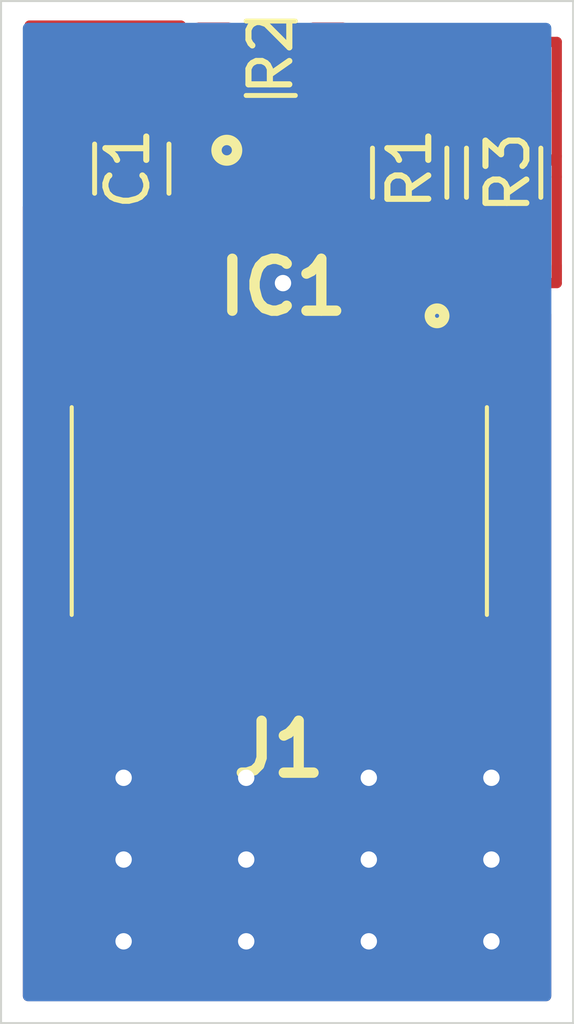
<source format=kicad_pcb>
(kicad_pcb (version 20171130) (host pcbnew "(5.1.9)-1")

  (general
    (thickness 1.6)
    (drawings 9)
    (tracks 87)
    (zones 0)
    (modules 6)
    (nets 6)
  )

  (page A4)
  (layers
    (0 F.Cu signal)
    (31 B.Cu signal)
    (32 B.Adhes user)
    (33 F.Adhes user)
    (34 B.Paste user)
    (35 F.Paste user)
    (36 B.SilkS user)
    (37 F.SilkS user)
    (38 B.Mask user)
    (39 F.Mask user)
    (40 Dwgs.User user)
    (41 Cmts.User user hide)
    (42 Eco1.User user hide)
    (43 Eco2.User user hide)
    (44 Edge.Cuts user)
    (45 Margin user hide)
    (46 B.CrtYd user hide)
    (47 F.CrtYd user hide)
    (48 B.Fab user hide)
    (49 F.Fab user hide)
  )

  (setup
    (last_trace_width 0.25)
    (user_trace_width 0.6)
    (user_trace_width 1)
    (trace_clearance 0.2)
    (zone_clearance 0.508)
    (zone_45_only no)
    (trace_min 0.2)
    (via_size 0.8)
    (via_drill 0.4)
    (via_min_size 0.4)
    (via_min_drill 0.3)
    (uvia_size 0.3)
    (uvia_drill 0.1)
    (uvias_allowed no)
    (uvia_min_size 0.2)
    (uvia_min_drill 0.1)
    (edge_width 0.05)
    (segment_width 0.2)
    (pcb_text_width 0.3)
    (pcb_text_size 1.5 1.5)
    (mod_edge_width 0.12)
    (mod_text_size 1 1)
    (mod_text_width 0.15)
    (pad_size 1.524 1.524)
    (pad_drill 0.762)
    (pad_to_mask_clearance 0.05)
    (aux_axis_origin 0 0)
    (visible_elements 7FFFFFFF)
    (pcbplotparams
      (layerselection 0x3ffff_ffffffff)
      (usegerberextensions false)
      (usegerberattributes true)
      (usegerberadvancedattributes true)
      (creategerberjobfile true)
      (excludeedgelayer false)
      (linewidth 0.100000)
      (plotframeref false)
      (viasonmask false)
      (mode 1)
      (useauxorigin false)
      (hpglpennumber 1)
      (hpglpenspeed 20)
      (hpglpendiameter 15.000000)
      (psnegative false)
      (psa4output false)
      (plotreference true)
      (plotvalue false)
      (plotinvisibletext false)
      (padsonsilk false)
      (subtractmaskfromsilk false)
      (outputformat 1)
      (mirror false)
      (drillshape 0)
      (scaleselection 1)
      (outputdirectory "../../../../../../Desktop/Temp MiniSpec/"))
  )

  (net 0 "")
  (net 1 GND)
  (net 2 +3V3)
  (net 3 SDA)
  (net 4 SCL)
  (net 5 "Net-(IC1-Pad5)")

  (net_class Default "This is the default net class."
    (clearance 0.2)
    (trace_width 0.25)
    (via_dia 0.8)
    (via_drill 0.4)
    (uvia_dia 0.3)
    (uvia_drill 0.1)
    (add_net +3V3)
    (add_net GND)
    (add_net "Net-(IC1-Pad5)")
    (add_net SCL)
    (add_net SDA)
  )

  (module Resistor_SMD:R_1206_3216Metric (layer F.Cu) (tedit 5B301BBD) (tstamp 5F471D9D)
    (at 141 66.2 270)
    (descr "Resistor SMD 1206 (3216 Metric), square (rectangular) end terminal, IPC_7351 nominal, (Body size source: http://www.tortai-tech.com/upload/download/2011102023233369053.pdf), generated with kicad-footprint-generator")
    (tags resistor)
    (path /5F4705D5)
    (attr smd)
    (fp_text reference R1 (at -0.1 0 90) (layer F.SilkS)
      (effects (font (size 1 1) (thickness 0.15)))
    )
    (fp_text value 10K (at 0 1.82 90) (layer F.Fab)
      (effects (font (size 1 1) (thickness 0.15)))
    )
    (fp_line (start 2.28 1.12) (end -2.28 1.12) (layer F.CrtYd) (width 0.05))
    (fp_line (start 2.28 -1.12) (end 2.28 1.12) (layer F.CrtYd) (width 0.05))
    (fp_line (start -2.28 -1.12) (end 2.28 -1.12) (layer F.CrtYd) (width 0.05))
    (fp_line (start -2.28 1.12) (end -2.28 -1.12) (layer F.CrtYd) (width 0.05))
    (fp_line (start -0.602064 0.91) (end 0.602064 0.91) (layer F.SilkS) (width 0.12))
    (fp_line (start -0.602064 -0.91) (end 0.602064 -0.91) (layer F.SilkS) (width 0.12))
    (fp_line (start 1.6 0.8) (end -1.6 0.8) (layer F.Fab) (width 0.1))
    (fp_line (start 1.6 -0.8) (end 1.6 0.8) (layer F.Fab) (width 0.1))
    (fp_line (start -1.6 -0.8) (end 1.6 -0.8) (layer F.Fab) (width 0.1))
    (fp_line (start -1.6 0.8) (end -1.6 -0.8) (layer F.Fab) (width 0.1))
    (fp_text user %R (at 0 0 90) (layer F.Fab)
      (effects (font (size 0.8 0.8) (thickness 0.12)))
    )
    (pad 2 smd roundrect (at 1.4 0 270) (size 1.25 1.75) (layers F.Cu F.Paste F.Mask) (roundrect_rratio 0.2)
      (net 4 SCL))
    (pad 1 smd roundrect (at -1.4 0 270) (size 1.25 1.75) (layers F.Cu F.Paste F.Mask) (roundrect_rratio 0.2)
      (net 2 +3V3))
    (model ${KISYS3DMOD}/Resistor_SMD.3dshapes/R_1206_3216Metric.wrl
      (at (xyz 0 0 0))
      (scale (xyz 1 1 1))
      (rotate (xyz 0 0 0))
    )
  )

  (module SamacSys_Parts:TSM-104-YY-ZZZ-DV-P-TR (layer F.Cu) (tedit 5F3F11ED) (tstamp 5F3FB227)
    (at 137.81 74.475)
    (descr TSM-104-YY-ZZZ-DV-P-TR)
    (tags Connector)
    (path /5F3F1E47)
    (attr smd)
    (fp_text reference J1 (at -0.01 5.825) (layer F.SilkS)
      (effects (font (size 1.27 1.27) (thickness 0.254)))
    )
    (fp_text value TSM-104-02-S-DV-P-TR (at -8.11 0.025 90) (layer F.SilkS) hide
      (effects (font (size 1.27 1.27) (thickness 0.254)))
    )
    (fp_line (start -5.08 -2.54) (end 5.08 -2.54) (layer Dwgs.User) (width 0.2))
    (fp_line (start 5.08 -2.54) (end 5.08 2.54) (layer Dwgs.User) (width 0.2))
    (fp_line (start 5.08 2.54) (end -5.08 2.54) (layer Dwgs.User) (width 0.2))
    (fp_line (start -5.08 2.54) (end -5.08 -2.54) (layer Dwgs.User) (width 0.2))
    (fp_line (start 5.08 -2.54) (end 5.08 2.54) (layer F.SilkS) (width 0.1))
    (fp_line (start -5.08 2.54) (end -5.08 -2.54) (layer F.SilkS) (width 0.1))
    (fp_line (start -6.28 -5.875) (end 6.28 -5.875) (layer Dwgs.User) (width 0.05))
    (fp_line (start 6.28 -5.875) (end 6.28 5.315) (layer Dwgs.User) (width 0.05))
    (fp_line (start 6.28 5.315) (end -6.28 5.315) (layer Dwgs.User) (width 0.05))
    (fp_line (start -6.28 5.315) (end -6.28 -5.875) (layer Dwgs.User) (width 0.05))
    (fp_circle (center 3.86 -4.775) (end 3.81 -4.775) (layer F.SilkS) (width 0.254))
    (pad 8 smd rect (at -3.81 2.475) (size 1.27 3.68) (layers F.Cu F.Paste F.Mask)
      (net 1 GND))
    (pad 7 smd rect (at -3.81 -2.475) (size 1.27 3.68) (layers F.Cu F.Paste F.Mask)
      (net 2 +3V3))
    (pad 6 smd rect (at -1.27 2.475) (size 1.27 3.68) (layers F.Cu F.Paste F.Mask)
      (net 1 GND))
    (pad 5 smd rect (at -1.27 -2.475) (size 1.27 3.68) (layers F.Cu F.Paste F.Mask)
      (net 1 GND))
    (pad 4 smd rect (at 1.27 2.475) (size 1.27 3.68) (layers F.Cu F.Paste F.Mask)
      (net 1 GND))
    (pad 3 smd rect (at 1.27 -2.475) (size 1.27 3.68) (layers F.Cu F.Paste F.Mask)
      (net 4 SCL))
    (pad 2 smd rect (at 3.81 2.475) (size 1.27 3.68) (layers F.Cu F.Paste F.Mask)
      (net 1 GND))
    (pad 1 smd rect (at 3.81 -2.475) (size 1.27 3.68) (layers F.Cu F.Paste F.Mask)
      (net 3 SDA))
  )

  (module SamacSys_Parts:SON65P200X200X65-7N-D (layer F.Cu) (tedit 5F45FCBF) (tstamp 60DA3F90)
    (at 137.9 66.95)
    (descr DNP0006A_1)
    (tags "Integrated Circuit")
    (path /5F46D327)
    (attr smd)
    (fp_text reference IC1 (at 0 2.05) (layer F.SilkS)
      (effects (font (size 1.27 1.27) (thickness 0.254)))
    )
    (fp_text value OPT3002DNPT (at 0 0) (layer F.SilkS) hide
      (effects (font (size 1.27 1.27) (thickness 0.254)))
    )
    (fp_line (start -1.625 -1.3) (end 1.625 -1.3) (layer Dwgs.User) (width 0.05))
    (fp_line (start 1.625 -1.3) (end 1.625 1.3) (layer Dwgs.User) (width 0.05))
    (fp_line (start 1.625 1.3) (end -1.625 1.3) (layer Dwgs.User) (width 0.05))
    (fp_line (start -1.625 1.3) (end -1.625 -1.3) (layer Dwgs.User) (width 0.05))
    (fp_line (start -1 -1) (end 1 -1) (layer Dwgs.User) (width 0.1))
    (fp_line (start 1 -1) (end 1 1) (layer Dwgs.User) (width 0.1))
    (fp_line (start 1 1) (end -1 1) (layer Dwgs.User) (width 0.1))
    (fp_line (start -1 1) (end -1 -1) (layer Dwgs.User) (width 0.1))
    (fp_line (start -1 -0.5) (end -0.5 -1) (layer Dwgs.User) (width 0.1))
    (fp_circle (center -1.375 -1.3) (end -1.25 -1.3) (layer F.SilkS) (width 0.254))
    (pad 7 smd rect (at 0 0) (size 0.75 1.45) (layers F.Cu F.Paste F.Mask)
      (net 1 GND))
    (pad 6 smd rect (at 1 -0.65 90) (size 0.3 0.75) (layers F.Cu F.Paste F.Mask)
      (net 3 SDA))
    (pad 5 smd rect (at 1 0 90) (size 0.3 0.75) (layers F.Cu F.Paste F.Mask)
      (net 5 "Net-(IC1-Pad5)"))
    (pad 4 smd rect (at 1 0.65 90) (size 0.3 0.75) (layers F.Cu F.Paste F.Mask)
      (net 4 SCL))
    (pad 3 smd rect (at -1 0.65 90) (size 0.3 0.75) (layers F.Cu F.Paste F.Mask)
      (net 1 GND))
    (pad 2 smd rect (at -1 0 90) (size 0.3 0.75) (layers F.Cu F.Paste F.Mask)
      (net 1 GND))
    (pad 1 smd rect (at -1 -0.65 90) (size 0.3 0.75) (layers F.Cu F.Paste F.Mask)
      (net 2 +3V3))
  )

  (module Resistor_SMD:R_1206_3216Metric (layer F.Cu) (tedit 5B301BBD) (tstamp 5F472114)
    (at 143.3 66.2 270)
    (descr "Resistor SMD 1206 (3216 Metric), square (rectangular) end terminal, IPC_7351 nominal, (Body size source: http://www.tortai-tech.com/upload/download/2011102023233369053.pdf), generated with kicad-footprint-generator")
    (tags resistor)
    (path /5F46FED4)
    (attr smd)
    (fp_text reference R3 (at 0 -0.1 90) (layer F.SilkS)
      (effects (font (size 1 1) (thickness 0.15)))
    )
    (fp_text value 10K (at 0 1.82 90) (layer F.Fab)
      (effects (font (size 1 1) (thickness 0.15)))
    )
    (fp_line (start 2.28 1.12) (end -2.28 1.12) (layer F.CrtYd) (width 0.05))
    (fp_line (start 2.28 -1.12) (end 2.28 1.12) (layer F.CrtYd) (width 0.05))
    (fp_line (start -2.28 -1.12) (end 2.28 -1.12) (layer F.CrtYd) (width 0.05))
    (fp_line (start -2.28 1.12) (end -2.28 -1.12) (layer F.CrtYd) (width 0.05))
    (fp_line (start -0.602064 0.91) (end 0.602064 0.91) (layer F.SilkS) (width 0.12))
    (fp_line (start -0.602064 -0.91) (end 0.602064 -0.91) (layer F.SilkS) (width 0.12))
    (fp_line (start 1.6 0.8) (end -1.6 0.8) (layer F.Fab) (width 0.1))
    (fp_line (start 1.6 -0.8) (end 1.6 0.8) (layer F.Fab) (width 0.1))
    (fp_line (start -1.6 -0.8) (end 1.6 -0.8) (layer F.Fab) (width 0.1))
    (fp_line (start -1.6 0.8) (end -1.6 -0.8) (layer F.Fab) (width 0.1))
    (fp_text user %R (at 0 0 90) (layer F.Fab)
      (effects (font (size 0.8 0.8) (thickness 0.12)))
    )
    (pad 2 smd roundrect (at 1.4 0 270) (size 1.25 1.75) (layers F.Cu F.Paste F.Mask) (roundrect_rratio 0.2)
      (net 5 "Net-(IC1-Pad5)"))
    (pad 1 smd roundrect (at -1.4 0 270) (size 1.25 1.75) (layers F.Cu F.Paste F.Mask) (roundrect_rratio 0.2)
      (net 2 +3V3))
    (model ${KISYS3DMOD}/Resistor_SMD.3dshapes/R_1206_3216Metric.wrl
      (at (xyz 0 0 0))
      (scale (xyz 1 1 1))
      (rotate (xyz 0 0 0))
    )
  )

  (module Resistor_SMD:R_1206_3216Metric (layer F.Cu) (tedit 5B301BBD) (tstamp 60DA3FF9)
    (at 137.6 63.4)
    (descr "Resistor SMD 1206 (3216 Metric), square (rectangular) end terminal, IPC_7351 nominal, (Body size source: http://www.tortai-tech.com/upload/download/2011102023233369053.pdf), generated with kicad-footprint-generator")
    (tags resistor)
    (path /5F470842)
    (attr smd)
    (fp_text reference R2 (at 0 -0.1 90) (layer F.SilkS)
      (effects (font (size 1 1) (thickness 0.15)))
    )
    (fp_text value 10K (at 0 1.82) (layer F.Fab)
      (effects (font (size 1 1) (thickness 0.15)))
    )
    (fp_line (start 2.28 1.12) (end -2.28 1.12) (layer F.CrtYd) (width 0.05))
    (fp_line (start 2.28 -1.12) (end 2.28 1.12) (layer F.CrtYd) (width 0.05))
    (fp_line (start -2.28 -1.12) (end 2.28 -1.12) (layer F.CrtYd) (width 0.05))
    (fp_line (start -2.28 1.12) (end -2.28 -1.12) (layer F.CrtYd) (width 0.05))
    (fp_line (start -0.602064 0.91) (end 0.602064 0.91) (layer F.SilkS) (width 0.12))
    (fp_line (start -0.602064 -0.91) (end 0.602064 -0.91) (layer F.SilkS) (width 0.12))
    (fp_line (start 1.6 0.8) (end -1.6 0.8) (layer F.Fab) (width 0.1))
    (fp_line (start 1.6 -0.8) (end 1.6 0.8) (layer F.Fab) (width 0.1))
    (fp_line (start -1.6 -0.8) (end 1.6 -0.8) (layer F.Fab) (width 0.1))
    (fp_line (start -1.6 0.8) (end -1.6 -0.8) (layer F.Fab) (width 0.1))
    (fp_text user %R (at 0 0) (layer F.Fab)
      (effects (font (size 0.8 0.8) (thickness 0.12)))
    )
    (pad 2 smd roundrect (at 1.4 0) (size 1.25 1.75) (layers F.Cu F.Paste F.Mask) (roundrect_rratio 0.2)
      (net 3 SDA))
    (pad 1 smd roundrect (at -1.4 0) (size 1.25 1.75) (layers F.Cu F.Paste F.Mask) (roundrect_rratio 0.2)
      (net 2 +3V3))
    (model ${KISYS3DMOD}/Resistor_SMD.3dshapes/R_1206_3216Metric.wrl
      (at (xyz 0 0 0))
      (scale (xyz 1 1 1))
      (rotate (xyz 0 0 0))
    )
  )

  (module Capacitor_SMD:C_1206_3216Metric_Pad1.42x1.75mm_HandSolder (layer F.Cu) (tedit 5B301BBE) (tstamp 5F472185)
    (at 134.2 66.1 90)
    (descr "Capacitor SMD 1206 (3216 Metric), square (rectangular) end terminal, IPC_7351 nominal with elongated pad for handsoldering. (Body size source: http://www.tortai-tech.com/upload/download/2011102023233369053.pdf), generated with kicad-footprint-generator")
    (tags "capacitor handsolder")
    (path /5F46BC93)
    (attr smd)
    (fp_text reference C1 (at 0 -0.1 90) (layer F.SilkS)
      (effects (font (size 1 1) (thickness 0.15)))
    )
    (fp_text value 100nF (at 0 1.82 90) (layer F.Fab)
      (effects (font (size 1 1) (thickness 0.15)))
    )
    (fp_line (start 2.45 1.12) (end -2.45 1.12) (layer F.CrtYd) (width 0.05))
    (fp_line (start 2.45 -1.12) (end 2.45 1.12) (layer F.CrtYd) (width 0.05))
    (fp_line (start -2.45 -1.12) (end 2.45 -1.12) (layer F.CrtYd) (width 0.05))
    (fp_line (start -2.45 1.12) (end -2.45 -1.12) (layer F.CrtYd) (width 0.05))
    (fp_line (start -0.602064 0.91) (end 0.602064 0.91) (layer F.SilkS) (width 0.12))
    (fp_line (start -0.602064 -0.91) (end 0.602064 -0.91) (layer F.SilkS) (width 0.12))
    (fp_line (start 1.6 0.8) (end -1.6 0.8) (layer F.Fab) (width 0.1))
    (fp_line (start 1.6 -0.8) (end 1.6 0.8) (layer F.Fab) (width 0.1))
    (fp_line (start -1.6 -0.8) (end 1.6 -0.8) (layer F.Fab) (width 0.1))
    (fp_line (start -1.6 0.8) (end -1.6 -0.8) (layer F.Fab) (width 0.1))
    (fp_text user %R (at 0 0 90) (layer F.Fab)
      (effects (font (size 0.8 0.8) (thickness 0.12)))
    )
    (pad 2 smd roundrect (at 1.4875 0 90) (size 1.425 1.75) (layers F.Cu F.Paste F.Mask) (roundrect_rratio 0.1754385964912281)
      (net 1 GND))
    (pad 1 smd roundrect (at -1.4875 0 90) (size 1.425 1.75) (layers F.Cu F.Paste F.Mask) (roundrect_rratio 0.1754385964912281)
      (net 2 +3V3))
    (model ${KISYS3DMOD}/Capacitor_SMD.3dshapes/C_1206_3216Metric.wrl
      (at (xyz 0 0 0))
      (scale (xyz 1 1 1))
      (rotate (xyz 0 0 0))
    )
  )

  (gr_text "Sensor OPT" (at 138 73) (layer B.Mask)
    (effects (font (size 1 1) (thickness 0.15)) (justify mirror))
  )
  (gr_line (start 130 155) (end 130 60) (layer Eco2.User) (width 0.15) (tstamp 5F4733E4))
  (gr_line (start 195 155) (end 130 155) (layer Eco2.User) (width 0.15))
  (gr_line (start 195 60) (end 195 155) (layer Eco2.User) (width 0.15))
  (gr_line (start 130 60) (end 195 60) (layer Eco2.User) (width 0.15))
  (gr_line (start 145 87) (end 131 87) (layer Edge.Cuts) (width 0.05) (tstamp 5F3FB134))
  (gr_line (start 131 62) (end 145 62) (layer Edge.Cuts) (width 0.05) (tstamp 5F3FB13B))
  (gr_line (start 145 62) (end 145 87) (layer Edge.Cuts) (width 0.05) (tstamp 5F3FB13E))
  (gr_line (start 131 87) (end 131 62) (layer Edge.Cuts) (width 0.05) (tstamp 5F3FB13D))

  (segment (start 134.5 64.9125) (end 134.2 64.6125) (width 0.25) (layer F.Cu) (net 1))
  (segment (start 137.95 66.95) (end 138 67) (width 0.25) (layer F.Cu) (net 1))
  (segment (start 137.9 66.95) (end 137.95 66.95) (width 0.25) (layer F.Cu) (net 1))
  (segment (start 136.9 67.9) (end 136.9 67.6) (width 0.25) (layer F.Cu) (net 1))
  (segment (start 137.9 68.9) (end 137.9 68.9) (width 0.25) (layer F.Cu) (net 1))
  (segment (start 136.9 66.95) (end 136.9 67.9) (width 0.25) (layer F.Cu) (net 1))
  (segment (start 136.9 67.9) (end 136.54 68.26) (width 0.25) (layer F.Cu) (net 1))
  (segment (start 136.9 67.6) (end 136.9 66.95) (width 0.25) (layer F.Cu) (net 1))
  (segment (start 136.9 67.6) (end 135.9 67.6) (width 0.25) (layer F.Cu) (net 1))
  (segment (start 135.9 67.6) (end 135.9 68.5) (width 0.25) (layer F.Cu) (net 1))
  (segment (start 136.54 68.26) (end 136.54 69.14) (width 0.25) (layer F.Cu) (net 1))
  (segment (start 136.54 69.14) (end 136.54 72) (width 0.25) (layer F.Cu) (net 1))
  (segment (start 136.9 66.95) (end 135.95 66.95) (width 0.25) (layer F.Cu) (net 1))
  (segment (start 135.95 66.95) (end 135.9 67) (width 0.25) (layer F.Cu) (net 1))
  (segment (start 135.9 68.5) (end 136.54 69.14) (width 0.25) (layer F.Cu) (net 1))
  (segment (start 135.9 67) (end 135.9 68.5) (width 0.25) (layer F.Cu) (net 1))
  (segment (start 137.9 66.95) (end 136.9 66.95) (width 0.25) (layer F.Cu) (net 1))
  (segment (start 136.9 67.6) (end 137.7 67.6) (width 0.25) (layer F.Cu) (net 1))
  (segment (start 137.9 66.95) (end 137.9 67.8) (width 0.25) (layer F.Cu) (net 1))
  (segment (start 137.9 67.8) (end 137.9 68.9) (width 0.25) (layer F.Cu) (net 1))
  (via (at 134 81) (size 0.8) (drill 0.4) (layers F.Cu B.Cu) (net 1))
  (via (at 137 81) (size 0.8) (drill 0.4) (layers F.Cu B.Cu) (net 1))
  (via (at 140 81) (size 0.8) (drill 0.4) (layers F.Cu B.Cu) (net 1))
  (via (at 143 81) (size 0.8) (drill 0.4) (layers F.Cu B.Cu) (net 1))
  (via (at 134 83) (size 0.8) (drill 0.4) (layers F.Cu B.Cu) (net 1))
  (via (at 137 83) (size 0.8) (drill 0.4) (layers F.Cu B.Cu) (net 1))
  (via (at 140 83) (size 0.8) (drill 0.4) (layers F.Cu B.Cu) (net 1))
  (via (at 143 83) (size 0.8) (drill 0.4) (layers F.Cu B.Cu) (net 1))
  (via (at 134 85) (size 0.8) (drill 0.4) (layers F.Cu B.Cu) (net 1))
  (via (at 137 85) (size 0.8) (drill 0.4) (layers F.Cu B.Cu) (net 1))
  (via (at 140 85) (size 0.8) (drill 0.4) (layers F.Cu B.Cu) (net 1))
  (via (at 143 85) (size 0.8) (drill 0.4) (layers F.Cu B.Cu) (net 1))
  (segment (start 137.9 68.9) (end 136.9 67.9) (width 0.25) (layer F.Cu) (net 1) (tstamp 60EB5F32))
  (via (at 137.9 68.9) (size 0.8) (drill 0.4) (layers F.Cu B.Cu) (net 1))
  (segment (start 134 67.9875) (end 134.4 67.5875) (width 0.25) (layer F.Cu) (net 2))
  (segment (start 134 72) (end 134 67.9875) (width 0.25) (layer F.Cu) (net 2))
  (segment (start 135.8 63) (end 136.2 63.4) (width 0.25) (layer F.Cu) (net 2))
  (segment (start 135.4 62.6) (end 136.2 63.4) (width 0.25) (layer F.Cu) (net 2))
  (segment (start 131.7 62.6) (end 135.4 62.6) (width 0.25) (layer F.Cu) (net 2))
  (segment (start 131.7 66) (end 131.7 62.6) (width 0.25) (layer F.Cu) (net 2))
  (segment (start 134.2 67.5875) (end 133.2875 67.5875) (width 0.25) (layer F.Cu) (net 2))
  (segment (start 133.2875 67.5875) (end 131.7 66) (width 0.25) (layer F.Cu) (net 2))
  (segment (start 141 64.8) (end 140.4 64.8) (width 0.25) (layer F.Cu) (net 2))
  (segment (start 143.3 64.8) (end 141 64.8) (width 0.25) (layer F.Cu) (net 2))
  (segment (start 136.2 63.4) (end 136.3 63.4) (width 0.25) (layer F.Cu) (net 2))
  (segment (start 140.4 65) (end 137.9 65) (width 0.25) (layer F.Cu) (net 2))
  (segment (start 137.9 65) (end 136.9 65) (width 0.25) (layer F.Cu) (net 2))
  (segment (start 136.9 66.3) (end 136.9 65) (width 0.25) (layer F.Cu) (net 2))
  (segment (start 136.2 63.6) (end 136.9 64.3) (width 0.25) (layer F.Cu) (net 2))
  (segment (start 136.2 63.4) (end 136.2 63.6) (width 0.25) (layer F.Cu) (net 2))
  (segment (start 136.9 65) (end 136.9 64.3) (width 0.25) (layer F.Cu) (net 2))
  (segment (start 141.6 71.98) (end 141.62 72) (width 0.25) (layer F.Cu) (net 3) (tstamp 5F3FB156))
  (segment (start 141.62 71.02) (end 141.62 72) (width 0.25) (layer F.Cu) (net 3))
  (segment (start 141.6 72.02) (end 141.62 72) (width 0.25) (layer F.Cu) (net 3))
  (segment (start 139.1 63.8) (end 139.2 63.8) (width 0.25) (layer F.Cu) (net 3))
  (segment (start 144.6 63) (end 144.6 64.2) (width 0.25) (layer F.Cu) (net 3))
  (segment (start 144.6 64.2) (end 144.6 65.8) (width 0.25) (layer F.Cu) (net 3))
  (segment (start 144.6 65.8) (end 144.6 66.3) (width 0.25) (layer F.Cu) (net 3))
  (segment (start 140.2 63) (end 139.4 63) (width 0.25) (layer F.Cu) (net 3))
  (segment (start 140.2 63) (end 144.6 63) (width 0.25) (layer F.Cu) (net 3))
  (segment (start 139.4 63) (end 139 63.4) (width 0.25) (layer F.Cu) (net 3))
  (segment (start 140 63) (end 140.2 63) (width 0.25) (layer F.Cu) (net 3))
  (segment (start 138.9 66.3) (end 139.3 66.3) (width 0.25) (layer F.Cu) (net 3))
  (segment (start 139.3 66.3) (end 139.7 65.9) (width 0.25) (layer F.Cu) (net 3))
  (segment (start 144.5 65.9) (end 144.6 65.8) (width 0.25) (layer F.Cu) (net 3))
  (segment (start 139.7 65.9) (end 144.5 65.9) (width 0.25) (layer F.Cu) (net 3))
  (segment (start 144.6 66.3) (end 144.6 68.6) (width 0.25) (layer F.Cu) (net 3))
  (segment (start 141.62 72) (end 141.62 70.78) (width 0.25) (layer F.Cu) (net 3))
  (segment (start 144.6 68.6) (end 144.6 68.8) (width 0.25) (layer F.Cu) (net 3))
  (segment (start 141.62 69.88) (end 141.62 72) (width 0.25) (layer F.Cu) (net 3))
  (segment (start 144.6 68.48) (end 144.6 68.9) (width 0.25) (layer F.Cu) (net 3))
  (segment (start 142.6 68.9) (end 141.62 69.88) (width 0.25) (layer F.Cu) (net 3))
  (segment (start 144.6 68.9) (end 142.6 68.9) (width 0.25) (layer F.Cu) (net 3))
  (segment (start 138.9 71.82) (end 139.08 72) (width 0.25) (layer F.Cu) (net 4))
  (segment (start 138.9 67.6) (end 141.2 67.6) (width 0.25) (layer F.Cu) (net 4))
  (segment (start 139.08 72) (end 139.08 71.02) (width 0.25) (layer F.Cu) (net 4))
  (segment (start 139.08 70.72) (end 139.08 72) (width 0.25) (layer F.Cu) (net 4))
  (segment (start 139.08 72) (end 139.08 70.92) (width 0.25) (layer F.Cu) (net 4))
  (segment (start 139.08 72) (end 139.08 71.12) (width 0.25) (layer F.Cu) (net 4))
  (segment (start 139.08 70.92) (end 141.6 68.4) (width 0.25) (layer F.Cu) (net 4))
  (segment (start 141.6 68.2) (end 141 67.6) (width 0.25) (layer F.Cu) (net 4))
  (segment (start 141.6 68.4) (end 141.6 68.2) (width 0.25) (layer F.Cu) (net 4))
  (segment (start 143.4 66.4) (end 143.4 67.5) (width 0.25) (layer F.Cu) (net 5))
  (segment (start 140.1 66.4) (end 143.4 66.4) (width 0.25) (layer F.Cu) (net 5))
  (segment (start 138.9 66.95) (end 139.55 66.95) (width 0.25) (layer F.Cu) (net 5))
  (segment (start 143.4 67.5) (end 143.3 67.6) (width 0.25) (layer F.Cu) (net 5))
  (segment (start 139.55 66.95) (end 140.1 66.4) (width 0.25) (layer F.Cu) (net 5))

  (zone (net 1) (net_name GND) (layer F.Cu) (tstamp 0) (hatch edge 0.508)
    (connect_pads (clearance 0.508))
    (min_thickness 0.254)
    (fill yes (arc_segments 32) (thermal_gap 0.508) (thermal_bridge_width 0.508))
    (polygon
      (pts
        (xy 145 87) (xy 131 87) (xy 131 62) (xy 145 62)
      )
    )
    (filled_polygon
      (pts
        (xy 132.970506 63.369463) (xy 132.873815 63.448815) (xy 132.794463 63.545506) (xy 132.735498 63.65582) (xy 132.699188 63.775518)
        (xy 132.686928 63.9) (xy 132.69 64.32675) (xy 132.84875 64.4855) (xy 134.073 64.4855) (xy 134.073 64.4655)
        (xy 134.327 64.4655) (xy 134.327 64.4855) (xy 134.347 64.4855) (xy 134.347 64.7395) (xy 134.327 64.7395)
        (xy 134.327 65.80125) (xy 134.48575 65.96) (xy 135.075 65.963072) (xy 135.199482 65.950812) (xy 135.31918 65.914502)
        (xy 135.429494 65.855537) (xy 135.526185 65.776185) (xy 135.605537 65.679494) (xy 135.664502 65.56918) (xy 135.700812 65.449482)
        (xy 135.713072 65.325) (xy 135.710025 64.901748) (xy 135.825 64.913072) (xy 136.14 64.913072) (xy 136.14 64.962667)
        (xy 136.136323 65) (xy 136.140001 65.037342) (xy 136.140001 65.644498) (xy 136.073815 65.698815) (xy 135.994463 65.795506)
        (xy 135.935498 65.90582) (xy 135.899188 66.025518) (xy 135.886928 66.15) (xy 135.886928 66.45) (xy 135.899188 66.574482)
        (xy 135.914316 66.624351) (xy 135.902206 66.661209) (xy 135.89 66.76825) (xy 136.04875 66.927) (xy 136.105271 66.927)
        (xy 136.133426 66.950106) (xy 136.104188 66.973) (xy 136.04875 66.973) (xy 135.89 67.13175) (xy 135.902206 67.238791)
        (xy 135.914102 67.275) (xy 135.902206 67.311209) (xy 135.89 67.41825) (xy 136.04875 67.577) (xy 136.104188 67.577)
        (xy 136.162935 67.623) (xy 136.04875 67.623) (xy 135.89 67.78175) (xy 135.902206 67.888791) (xy 135.941249 68.007626)
        (xy 136.002726 68.11656) (xy 136.084274 68.211407) (xy 136.182758 68.288522) (xy 136.294395 68.344943) (xy 136.414893 68.3785)
        (xy 136.539623 68.387904) (xy 136.61425 68.385) (xy 136.773 68.22625) (xy 136.773 67.735) (xy 136.892837 67.735)
        (xy 136.899188 67.799482) (xy 136.935498 67.91918) (xy 136.994463 68.029494) (xy 137.027 68.069141) (xy 137.027 68.22625)
        (xy 137.18575 68.385) (xy 137.260377 68.387904) (xy 137.385107 68.3785) (xy 137.505605 68.344943) (xy 137.571858 68.311459)
        (xy 137.61425 68.31) (xy 137.702439 68.221811) (xy 137.715726 68.211407) (xy 137.733404 68.190846) (xy 137.773 68.15125)
        (xy 137.773 68.144793) (xy 137.797274 68.11656) (xy 137.858751 68.007626) (xy 137.897794 67.888791) (xy 137.899361 67.875051)
        (xy 137.935498 67.99418) (xy 137.994463 68.104494) (xy 138.027 68.144141) (xy 138.027 68.15125) (xy 138.059536 68.183786)
        (xy 138.073815 68.201185) (xy 138.091214 68.215464) (xy 138.18575 68.31) (xy 138.228371 68.311467) (xy 138.28082 68.339502)
        (xy 138.400518 68.375812) (xy 138.525 68.388072) (xy 139.275 68.388072) (xy 139.399482 68.375812) (xy 139.451607 68.36)
        (xy 139.578661 68.36) (xy 139.636595 68.468386) (xy 139.747038 68.602962) (xy 139.881614 68.713405) (xy 140.03515 68.795472)
        (xy 140.107714 68.817484) (xy 139.403271 69.521928) (xy 138.445 69.521928) (xy 138.320518 69.534188) (xy 138.20082 69.570498)
        (xy 138.090506 69.629463) (xy 137.993815 69.708815) (xy 137.914463 69.805506) (xy 137.855498 69.91582) (xy 137.819188 70.035518)
        (xy 137.81 70.128808) (xy 137.800812 70.035518) (xy 137.764502 69.91582) (xy 137.705537 69.805506) (xy 137.626185 69.708815)
        (xy 137.529494 69.629463) (xy 137.41918 69.570498) (xy 137.299482 69.534188) (xy 137.175 69.521928) (xy 136.82575 69.525)
        (xy 136.667 69.68375) (xy 136.667 71.873) (xy 136.687 71.873) (xy 136.687 72.127) (xy 136.667 72.127)
        (xy 136.667 74.31625) (xy 136.82575 74.475) (xy 136.667 74.63375) (xy 136.667 76.823) (xy 137.65125 76.823)
        (xy 137.81 76.66425) (xy 137.96875 76.823) (xy 138.953 76.823) (xy 138.953 76.803) (xy 139.207 76.803)
        (xy 139.207 76.823) (xy 140.19125 76.823) (xy 140.35 76.66425) (xy 140.50875 76.823) (xy 141.493 76.823)
        (xy 141.493 76.803) (xy 141.747 76.803) (xy 141.747 76.823) (xy 142.73125 76.823) (xy 142.89 76.66425)
        (xy 142.893072 75.11) (xy 142.880812 74.985518) (xy 142.844502 74.86582) (xy 142.785537 74.755506) (xy 142.706185 74.658815)
        (xy 142.609494 74.579463) (xy 142.49918 74.520498) (xy 142.379482 74.484188) (xy 142.286192 74.475) (xy 142.379482 74.465812)
        (xy 142.49918 74.429502) (xy 142.609494 74.370537) (xy 142.706185 74.291185) (xy 142.785537 74.194494) (xy 142.844502 74.08418)
        (xy 142.880812 73.964482) (xy 142.893072 73.84) (xy 142.893072 70.16) (xy 142.880812 70.035518) (xy 142.844502 69.91582)
        (xy 142.785537 69.805506) (xy 142.778216 69.796585) (xy 142.914802 69.66) (xy 144.34 69.66) (xy 144.340001 86.34)
        (xy 131.66 86.34) (xy 131.66 78.79) (xy 132.726928 78.79) (xy 132.739188 78.914482) (xy 132.775498 79.03418)
        (xy 132.834463 79.144494) (xy 132.913815 79.241185) (xy 133.010506 79.320537) (xy 133.12082 79.379502) (xy 133.240518 79.415812)
        (xy 133.365 79.428072) (xy 133.71425 79.425) (xy 133.873 79.26625) (xy 133.873 77.077) (xy 134.127 77.077)
        (xy 134.127 79.26625) (xy 134.28575 79.425) (xy 134.635 79.428072) (xy 134.759482 79.415812) (xy 134.87918 79.379502)
        (xy 134.989494 79.320537) (xy 135.086185 79.241185) (xy 135.165537 79.144494) (xy 135.224502 79.03418) (xy 135.260812 78.914482)
        (xy 135.27 78.821192) (xy 135.279188 78.914482) (xy 135.315498 79.03418) (xy 135.374463 79.144494) (xy 135.453815 79.241185)
        (xy 135.550506 79.320537) (xy 135.66082 79.379502) (xy 135.780518 79.415812) (xy 135.905 79.428072) (xy 136.25425 79.425)
        (xy 136.413 79.26625) (xy 136.413 77.077) (xy 136.667 77.077) (xy 136.667 79.26625) (xy 136.82575 79.425)
        (xy 137.175 79.428072) (xy 137.299482 79.415812) (xy 137.41918 79.379502) (xy 137.529494 79.320537) (xy 137.626185 79.241185)
        (xy 137.705537 79.144494) (xy 137.764502 79.03418) (xy 137.800812 78.914482) (xy 137.81 78.821192) (xy 137.819188 78.914482)
        (xy 137.855498 79.03418) (xy 137.914463 79.144494) (xy 137.993815 79.241185) (xy 138.090506 79.320537) (xy 138.20082 79.379502)
        (xy 138.320518 79.415812) (xy 138.445 79.428072) (xy 138.79425 79.425) (xy 138.953 79.26625) (xy 138.953 77.077)
        (xy 139.207 77.077) (xy 139.207 79.26625) (xy 139.36575 79.425) (xy 139.715 79.428072) (xy 139.839482 79.415812)
        (xy 139.95918 79.379502) (xy 140.069494 79.320537) (xy 140.166185 79.241185) (xy 140.245537 79.144494) (xy 140.304502 79.03418)
        (xy 140.340812 78.914482) (xy 140.35 78.821192) (xy 140.359188 78.914482) (xy 140.395498 79.03418) (xy 140.454463 79.144494)
        (xy 140.533815 79.241185) (xy 140.630506 79.320537) (xy 140.74082 79.379502) (xy 140.860518 79.415812) (xy 140.985 79.428072)
        (xy 141.33425 79.425) (xy 141.493 79.26625) (xy 141.493 77.077) (xy 141.747 77.077) (xy 141.747 79.26625)
        (xy 141.90575 79.425) (xy 142.255 79.428072) (xy 142.379482 79.415812) (xy 142.49918 79.379502) (xy 142.609494 79.320537)
        (xy 142.706185 79.241185) (xy 142.785537 79.144494) (xy 142.844502 79.03418) (xy 142.880812 78.914482) (xy 142.893072 78.79)
        (xy 142.89 77.23575) (xy 142.73125 77.077) (xy 141.747 77.077) (xy 141.493 77.077) (xy 140.50875 77.077)
        (xy 140.35 77.23575) (xy 140.19125 77.077) (xy 139.207 77.077) (xy 138.953 77.077) (xy 137.96875 77.077)
        (xy 137.81 77.23575) (xy 137.65125 77.077) (xy 136.667 77.077) (xy 136.413 77.077) (xy 135.42875 77.077)
        (xy 135.27 77.23575) (xy 135.11125 77.077) (xy 134.127 77.077) (xy 133.873 77.077) (xy 132.88875 77.077)
        (xy 132.73 77.23575) (xy 132.726928 78.79) (xy 131.66 78.79) (xy 131.66 67.034801) (xy 132.68821 68.063011)
        (xy 132.703992 68.223254) (xy 132.754528 68.38985) (xy 132.836595 68.543386) (xy 132.947038 68.677962) (xy 133.081614 68.788405)
        (xy 133.23515 68.870472) (xy 133.240001 68.871943) (xy 133.240001 69.534345) (xy 133.12082 69.570498) (xy 133.010506 69.629463)
        (xy 132.913815 69.708815) (xy 132.834463 69.805506) (xy 132.775498 69.91582) (xy 132.739188 70.035518) (xy 132.726928 70.16)
        (xy 132.726928 73.84) (xy 132.739188 73.964482) (xy 132.775498 74.08418) (xy 132.834463 74.194494) (xy 132.913815 74.291185)
        (xy 133.010506 74.370537) (xy 133.12082 74.429502) (xy 133.240518 74.465812) (xy 133.333808 74.475) (xy 133.240518 74.484188)
        (xy 133.12082 74.520498) (xy 133.010506 74.579463) (xy 132.913815 74.658815) (xy 132.834463 74.755506) (xy 132.775498 74.86582)
        (xy 132.739188 74.985518) (xy 132.726928 75.11) (xy 132.73 76.66425) (xy 132.88875 76.823) (xy 133.873 76.823)
        (xy 133.873 76.803) (xy 134.127 76.803) (xy 134.127 76.823) (xy 135.11125 76.823) (xy 135.27 76.66425)
        (xy 135.42875 76.823) (xy 136.413 76.823) (xy 136.413 74.63375) (xy 136.25425 74.475) (xy 136.413 74.31625)
        (xy 136.413 72.127) (xy 136.393 72.127) (xy 136.393 71.873) (xy 136.413 71.873) (xy 136.413 69.68375)
        (xy 136.25425 69.525) (xy 135.905 69.521928) (xy 135.780518 69.534188) (xy 135.66082 69.570498) (xy 135.550506 69.629463)
        (xy 135.453815 69.708815) (xy 135.374463 69.805506) (xy 135.315498 69.91582) (xy 135.279188 70.035518) (xy 135.27 70.128808)
        (xy 135.260812 70.035518) (xy 135.224502 69.91582) (xy 135.165537 69.805506) (xy 135.086185 69.708815) (xy 134.989494 69.629463)
        (xy 134.87918 69.570498) (xy 134.76 69.534345) (xy 134.76 68.938072) (xy 134.825 68.938072) (xy 134.998254 68.921008)
        (xy 135.16485 68.870472) (xy 135.318386 68.788405) (xy 135.452962 68.677962) (xy 135.563405 68.543386) (xy 135.645472 68.38985)
        (xy 135.696008 68.223254) (xy 135.713072 68.05) (xy 135.713072 67.125) (xy 135.696008 66.951746) (xy 135.645472 66.78515)
        (xy 135.563405 66.631614) (xy 135.452962 66.497038) (xy 135.318386 66.386595) (xy 135.16485 66.304528) (xy 134.998254 66.253992)
        (xy 134.825 66.236928) (xy 133.575 66.236928) (xy 133.401746 66.253992) (xy 133.23515 66.304528) (xy 133.133606 66.358805)
        (xy 132.46 65.685199) (xy 132.46 65.325) (xy 132.686928 65.325) (xy 132.699188 65.449482) (xy 132.735498 65.56918)
        (xy 132.794463 65.679494) (xy 132.873815 65.776185) (xy 132.970506 65.855537) (xy 133.08082 65.914502) (xy 133.200518 65.950812)
        (xy 133.325 65.963072) (xy 133.91425 65.96) (xy 134.073 65.80125) (xy 134.073 64.7395) (xy 132.84875 64.7395)
        (xy 132.69 64.89825) (xy 132.686928 65.325) (xy 132.46 65.325) (xy 132.46 63.36) (xy 132.98821 63.36)
      )
    )
    (filled_polygon
      (pts
        (xy 137.886928 67.75) (xy 137.887876 67.759626) (xy 137.855252 67.727002) (xy 137.886928 67.727002)
      )
    )
  )
  (zone (net 1) (net_name GND) (layer B.Cu) (tstamp 0) (hatch edge 0.508)
    (connect_pads (clearance 0.508))
    (min_thickness 0.254)
    (fill yes (arc_segments 32) (thermal_gap 0.508) (thermal_bridge_width 0.508))
    (polygon
      (pts
        (xy 145 87) (xy 131 87) (xy 131 62) (xy 145 62)
      )
    )
    (filled_polygon
      (pts
        (xy 144.340001 86.34) (xy 131.66 86.34) (xy 131.66 62.66) (xy 144.34 62.66)
      )
    )
  )
)

</source>
